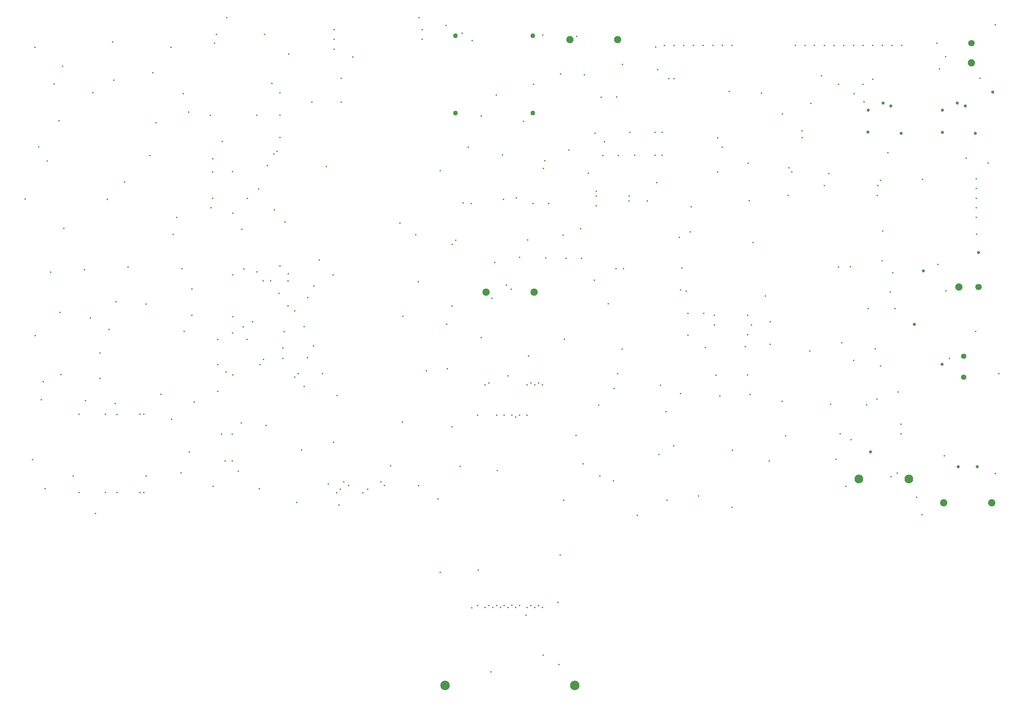
<source format=gbr>
G04 GENERATED BY PULSONIX 11.0 GERBER.DLL 8466*
G04 #@! TF.GenerationSoftware,Pulsonix,Pulsonix,11.0.8467*
G04 #@! TF.CreationDate,2021-12-19T21:00:54+00:00*
G04 #@! TF.Part,Single*
%FSLAX24Y24*%
%LPD*%
%MOIN*%
G04 #@! TF.FileFunction,Plated,1,4,PTH*
G04 #@! TF.FilePolarity,Positive*
%ADD90C,0.0984*%
%ADD92C,0.0551*%
%ADD93C,0.0748*%
%ADD94C,0.0669*%
%ADD95C,0.0500*%
%ADD131C,0.0157*%
%ADD132C,0.0315*%
%ADD133C,0.0906*%
G04 #@! TD.AperFunction*
X0Y0D02*
D02*
D90*
X46851Y3544D03*
X60236D03*
D02*
D92*
X100453Y35453D03*
Y37618D03*
D02*
D93*
X51063Y44252D03*
X56024D03*
X59725Y70374D03*
X64685D03*
X98366Y22441D03*
X99937Y44784D03*
X101221Y67969D03*
X103327Y22441D03*
D02*
D94*
X101221Y70000D03*
X101969Y44784D03*
D02*
D95*
X47914Y62772D03*
Y70772D03*
X55906Y62772D03*
Y70772D03*
D02*
D131*
X3436Y53888D03*
X4196Y26907D03*
X4423Y69585D03*
X4461Y39740D03*
X4834Y59275D03*
X5113Y33124D03*
X5290Y34973D03*
X5509Y23921D03*
X5694Y57808D03*
X6063Y46297D03*
X6429Y65765D03*
X6943Y61966D03*
X7047Y42134D03*
X7121Y35710D03*
X7294Y67598D03*
X7425Y50830D03*
X8406Y25197D03*
X8996Y23524D03*
Y31595D03*
X9581Y46592D03*
X9667Y33026D03*
X10187Y41580D03*
X10451Y64862D03*
X10711Y21336D03*
X11162Y35295D03*
Y37953D03*
X11752Y23524D03*
Y31595D03*
X11925Y53835D03*
X12100Y40373D03*
X12473Y70134D03*
X12599Y66190D03*
X12742Y32722D03*
X12838Y43258D03*
X12933Y23524D03*
Y31575D03*
X13701Y55645D03*
X14083Y46856D03*
X15295Y23524D03*
Y31614D03*
X15689Y23524D03*
Y31595D03*
X15944Y43011D03*
X15945Y25197D03*
X16352Y58374D03*
X16625Y66930D03*
X16978Y61784D03*
X17473Y33670D03*
X18488Y69586D03*
X18574Y31092D03*
X18730Y50210D03*
X19094Y51967D03*
X19523Y25531D03*
X19638Y46674D03*
X19772Y64780D03*
X19854Y40186D03*
X20339Y62875D03*
X20409Y27702D03*
X20669Y41831D03*
Y44567D03*
X20916Y32864D03*
X22559Y62540D03*
X22630Y52990D03*
X22795Y56693D03*
X22815Y53937D03*
X22838Y58057D03*
X22884Y24153D03*
X22990Y70009D03*
X23209Y70925D03*
X23347Y33977D03*
Y36752D03*
Y39331D03*
X23721Y29528D03*
X23809Y59849D03*
X24095Y26772D03*
X24218Y35984D03*
X24277Y72653D03*
X24843Y26772D03*
Y29528D03*
X24862Y40020D03*
X24882Y46044D03*
Y56697D03*
X24902Y52421D03*
X24912Y35689D03*
Y41713D03*
X25464Y25720D03*
X25773Y30718D03*
X25847Y50748D03*
X25984Y40630D03*
X26024Y46654D03*
X26358Y39331D03*
X26398Y53937D03*
X26932Y41179D03*
X27362Y62540D03*
X27402Y46346D03*
X27559Y54921D03*
X27648Y23894D03*
X27697Y36752D03*
X28032Y45394D03*
X28071Y37264D03*
X28169Y70925D03*
X28324Y30459D03*
X28484Y57343D03*
X28799Y45394D03*
X28922Y65857D03*
X29134Y58544D03*
X29189Y52736D03*
X29478Y58802D03*
X29666Y44095D03*
X29784Y46929D03*
Y60236D03*
Y62559D03*
Y64882D03*
X30079Y37362D03*
Y38445D03*
X30199Y40146D03*
X30295Y51516D03*
X30591Y42795D03*
X30610Y45394D03*
X30629Y46129D03*
X30671Y68869D03*
X31319Y35433D03*
Y42323D03*
X31497Y22485D03*
X31673Y35807D03*
X31997Y27909D03*
X32264Y34488D03*
X32284Y40689D03*
X32618Y37481D03*
X32638Y43662D03*
X33071Y63898D03*
X33248Y38662D03*
X33268Y44862D03*
X33838Y47583D03*
X34173Y35807D03*
X34576Y57240D03*
X34766Y24384D03*
X35277Y46038D03*
X35319Y28723D03*
X35374Y69390D03*
Y70394D03*
Y71398D03*
X35630Y23484D03*
X35667Y33533D03*
X35886Y22225D03*
X36004Y23858D03*
X36103Y63898D03*
X36116Y66364D03*
X36378Y24606D03*
X36870Y24232D03*
X37315Y68579D03*
X38347Y23484D03*
X38839Y23858D03*
X40197Y24606D03*
X40571Y24232D03*
X41213Y26264D03*
X42183Y51373D03*
X42444Y30798D03*
X42460Y41754D03*
X43797Y50188D03*
X44074Y45298D03*
X44092Y24202D03*
X44148Y72651D03*
X44469Y70414D03*
Y71398D03*
X44905Y36097D03*
X46118Y22846D03*
X46337Y56822D03*
X46340Y15248D03*
X46934Y71843D03*
X47003Y40922D03*
X47073Y36321D03*
X47529Y30310D03*
X47553Y42817D03*
X47566Y49185D03*
X47933Y49626D03*
X48409Y26217D03*
X48615Y71052D03*
X48694Y53463D03*
X49252Y59252D03*
X49547Y53406D03*
X49617Y11573D03*
X49626Y70276D03*
X50197Y11811D03*
Y31496D03*
X50270Y15484D03*
X50555Y39559D03*
X50583Y62481D03*
X50984Y11614D03*
Y34646D03*
X51378Y11811D03*
Y34843D03*
X51586Y4950D03*
X51655Y43605D03*
X51772Y11614D03*
X51961Y47298D03*
X52136Y64641D03*
X52166Y11811D03*
Y31496D03*
X52234Y25784D03*
X52559Y11614D03*
X52781Y58433D03*
X52883Y53849D03*
X52953Y11811D03*
Y31496D03*
X53169Y44975D03*
X53322Y35593D03*
X53347Y11614D03*
X53680Y44551D03*
X53740Y11831D03*
Y31496D03*
X54134Y11614D03*
Y31299D03*
X54190Y54013D03*
X54528Y11811D03*
Y31496D03*
Y47855D03*
X54949Y61915D03*
X55193Y10824D03*
X55315Y11614D03*
Y31496D03*
Y34646D03*
X55374Y49646D03*
X55480Y37645D03*
X55709Y11811D03*
Y34843D03*
X55925Y53406D03*
X55985Y65758D03*
X56103Y11614D03*
Y34646D03*
X56496Y11811D03*
Y34843D03*
X56890Y11614D03*
Y34646D03*
X56923Y70834D03*
X56987Y6683D03*
X56988Y57028D03*
X57134Y57845D03*
X57224Y47766D03*
X57540Y53406D03*
X58511Y12157D03*
X58603Y5702D03*
X58726Y17050D03*
X58765Y66823D03*
X59036Y50144D03*
X59090Y22719D03*
X59154Y39370D03*
X59331Y47736D03*
X59636Y58957D03*
X60356Y29395D03*
X60428Y70707D03*
X60851Y50801D03*
X60945Y47736D03*
X61111Y26484D03*
X61221Y66732D03*
X61653Y56534D03*
X62264Y45473D03*
X62343Y60668D03*
X62481Y53166D03*
Y54173D03*
Y54666D03*
X62708Y32536D03*
X62825Y25203D03*
X62973Y64410D03*
X63130Y58386D03*
X63314Y59812D03*
X63707Y43036D03*
X64253Y24726D03*
X64311Y34281D03*
X64508Y46673D03*
X64587Y64429D03*
X64666Y35807D03*
X64744Y58386D03*
X65151Y38344D03*
X65180Y67812D03*
X65276Y46673D03*
X65847Y53666D03*
X65866Y54173D03*
X65945Y60788D03*
X66437Y58406D03*
X66720Y21138D03*
X67736Y53662D03*
X68524Y58406D03*
Y60788D03*
X68599Y69606D03*
X68714Y55576D03*
X68812Y67261D03*
X68923Y27445D03*
X69097Y34611D03*
X69272Y58406D03*
Y60788D03*
X69508Y69764D03*
X69685Y31890D03*
X69784Y22697D03*
X69961Y66339D03*
X70473Y28347D03*
X70512Y66339D03*
Y69764D03*
X71044Y49902D03*
X71162Y44475D03*
X71184Y33732D03*
X71299Y46750D03*
X71516Y69764D03*
X71772Y44351D03*
X71929Y42047D03*
X71949Y39764D03*
X72166Y50492D03*
X72266Y53075D03*
X72520Y69764D03*
X73021Y23151D03*
X73504Y69764D03*
X73583Y42047D03*
X73739Y38494D03*
X74528Y69764D03*
X74666Y40847D03*
Y41839D03*
X74843Y35650D03*
X75000Y56693D03*
Y60197D03*
X75237Y33520D03*
X75469Y59231D03*
X75512Y69764D03*
X76201Y65000D03*
X76490Y21988D03*
X76516Y69764D03*
X76539Y27891D03*
X77877Y38614D03*
X78091Y39839D03*
Y41839D03*
X78110Y35669D03*
X78169Y57579D03*
X78272Y53713D03*
X78371Y33651D03*
X78504Y40847D03*
X78682Y49384D03*
X79523Y64846D03*
X79941Y43858D03*
X80345Y26763D03*
X80453Y38839D03*
Y41162D03*
X81673Y32933D03*
X81720Y62669D03*
X82047Y29390D03*
X82303Y54232D03*
X82360Y57104D03*
X82677Y56693D03*
X83051Y69784D03*
X83733Y60942D03*
X83740Y60236D03*
X84036Y69784D03*
X84525Y38128D03*
X84646Y63780D03*
X85020Y69784D03*
X85737Y66655D03*
X86024Y69784D03*
X86044Y55276D03*
X86488Y56519D03*
X86673Y32658D03*
X87028Y69784D03*
X87233Y26929D03*
X87520Y46851D03*
Y65748D03*
X87658Y29567D03*
X87851Y38997D03*
X88051Y69784D03*
X88272Y24149D03*
X88740Y46870D03*
X88799Y28977D03*
X89055Y69784D03*
X89067Y37184D03*
X89114Y64784D03*
X90040Y69784D03*
X90044Y65748D03*
X90141Y63944D03*
X90414Y32579D03*
X90577Y42551D03*
X91024Y69784D03*
X91044Y66280D03*
X91319Y38366D03*
X91457Y33169D03*
X91496Y54232D03*
X91555Y55276D03*
X91821Y55805D03*
X91851Y36614D03*
X92011Y47478D03*
X92047Y69784D03*
X92081Y50589D03*
X92618Y58662D03*
X92837Y44272D03*
X92952Y25131D03*
X93032Y69784D03*
X93092Y46238D03*
X93347Y42559D03*
X93563Y25512D03*
X93678Y33922D03*
X93957Y29567D03*
Y30591D03*
X94044Y69784D03*
X95564Y22999D03*
X96129Y21221D03*
X96162Y55906D03*
X97677Y70000D03*
X97780Y47111D03*
X97938Y67342D03*
X98437Y27318D03*
X98557Y68616D03*
X98615Y44365D03*
X98975Y37366D03*
X100706Y58099D03*
X101660Y40177D03*
X101752Y51969D03*
Y52973D03*
Y53957D03*
Y54961D03*
Y55965D03*
X101769Y50237D03*
X102138Y66370D03*
X102984Y57599D03*
X103698Y71905D03*
X103716Y25492D03*
X104080Y35824D03*
D02*
D132*
X90551Y60807D03*
X90571Y63071D03*
X90807Y27697D03*
X92106Y63819D03*
X92914Y63504D03*
X93957Y60689D03*
X95335Y40906D03*
X96260Y46437D03*
X98209Y36782D03*
X98229Y60788D03*
Y63071D03*
X99784Y63819D03*
X99862Y26162D03*
X100591Y63504D03*
X101634Y60689D03*
X101831Y26162D03*
X101969Y48327D03*
X103445Y64941D03*
D02*
D133*
X89599Y24914D03*
X94772D03*
X0Y0D02*
M02*

</source>
